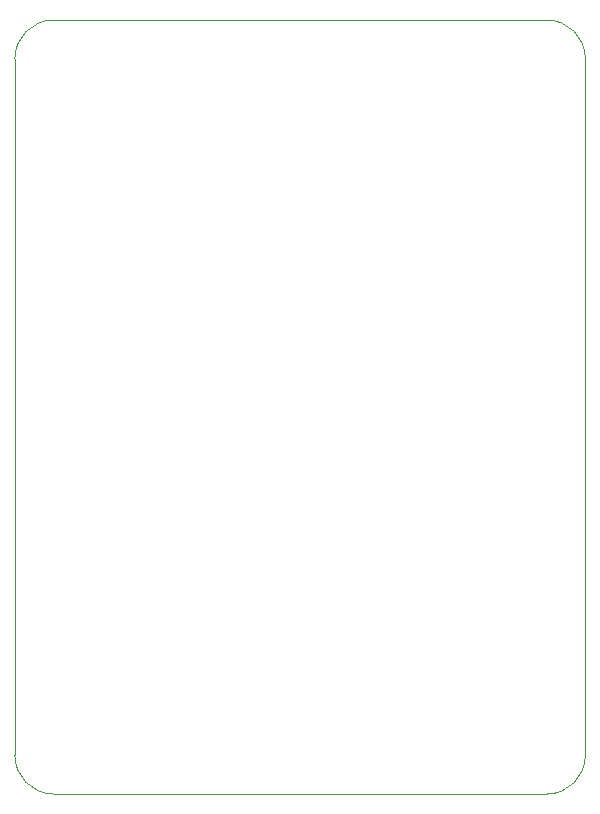
<source format=gbr>
%TF.GenerationSoftware,KiCad,Pcbnew,(6.0.5-0)*%
%TF.CreationDate,2022-07-20T14:51:46+02:00*%
%TF.ProjectId,bus driver,62757320-6472-4697-9665-722e6b696361,rev?*%
%TF.SameCoordinates,Original*%
%TF.FileFunction,Profile,NP*%
%FSLAX46Y46*%
G04 Gerber Fmt 4.6, Leading zero omitted, Abs format (unit mm)*
G04 Created by KiCad (PCBNEW (6.0.5-0)) date 2022-07-20 14:51:46*
%MOMM*%
%LPD*%
G01*
G04 APERTURE LIST*
%TA.AperFunction,Profile*%
%ADD10C,0.100000*%
%TD*%
G04 APERTURE END LIST*
D10*
X172859500Y-67259200D02*
G75*
G03*
X169608254Y-64008000I-3251200J0D01*
G01*
X127812800Y-129527054D02*
X169608254Y-129540000D01*
X172859454Y-126288800D02*
X172859454Y-67259200D01*
X169608254Y-64008000D02*
X127812800Y-64020946D01*
X124561646Y-126275854D02*
G75*
G03*
X127812800Y-129527054I3251154J-46D01*
G01*
X127812800Y-64020900D02*
G75*
G03*
X124561600Y-67272146I0J-3251200D01*
G01*
X169608254Y-129539954D02*
G75*
G03*
X172859454Y-126288800I46J3251154D01*
G01*
X124561600Y-67272146D02*
X124561600Y-126275854D01*
M02*

</source>
